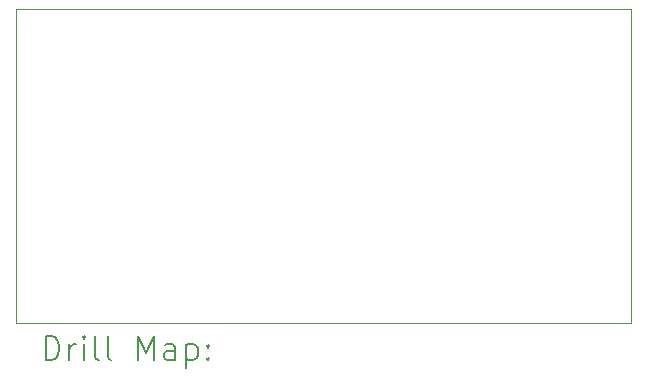
<source format=gbr>
%FSLAX45Y45*%
G04 Gerber Fmt 4.5, Leading zero omitted, Abs format (unit mm)*
G04 Created by KiCad (PCBNEW (6.0.0)) date 2022-10-01 22:30:49*
%MOMM*%
%LPD*%
G01*
G04 APERTURE LIST*
%TA.AperFunction,Profile*%
%ADD10C,0.100000*%
%TD*%
%ADD11C,0.200000*%
G04 APERTURE END LIST*
D10*
X11821335Y-7147730D02*
X17028335Y-7147730D01*
X17028335Y-7147730D02*
X17028335Y-4495970D01*
X17028335Y-4495970D02*
X11821335Y-4495970D01*
X11821335Y-4495970D02*
X11821335Y-7147730D01*
D11*
X12073954Y-7463206D02*
X12073954Y-7263206D01*
X12121573Y-7263206D01*
X12150145Y-7272730D01*
X12169192Y-7291778D01*
X12178716Y-7310826D01*
X12188240Y-7348921D01*
X12188240Y-7377492D01*
X12178716Y-7415587D01*
X12169192Y-7434635D01*
X12150145Y-7453683D01*
X12121573Y-7463206D01*
X12073954Y-7463206D01*
X12273954Y-7463206D02*
X12273954Y-7329873D01*
X12273954Y-7367968D02*
X12283478Y-7348921D01*
X12293002Y-7339397D01*
X12312050Y-7329873D01*
X12331097Y-7329873D01*
X12397764Y-7463206D02*
X12397764Y-7329873D01*
X12397764Y-7263206D02*
X12388240Y-7272730D01*
X12397764Y-7282254D01*
X12407288Y-7272730D01*
X12397764Y-7263206D01*
X12397764Y-7282254D01*
X12521573Y-7463206D02*
X12502526Y-7453683D01*
X12493002Y-7434635D01*
X12493002Y-7263206D01*
X12626335Y-7463206D02*
X12607288Y-7453683D01*
X12597764Y-7434635D01*
X12597764Y-7263206D01*
X12854907Y-7463206D02*
X12854907Y-7263206D01*
X12921573Y-7406064D01*
X12988240Y-7263206D01*
X12988240Y-7463206D01*
X13169192Y-7463206D02*
X13169192Y-7358445D01*
X13159669Y-7339397D01*
X13140621Y-7329873D01*
X13102526Y-7329873D01*
X13083478Y-7339397D01*
X13169192Y-7453683D02*
X13150145Y-7463206D01*
X13102526Y-7463206D01*
X13083478Y-7453683D01*
X13073954Y-7434635D01*
X13073954Y-7415587D01*
X13083478Y-7396540D01*
X13102526Y-7387016D01*
X13150145Y-7387016D01*
X13169192Y-7377492D01*
X13264431Y-7329873D02*
X13264431Y-7529873D01*
X13264431Y-7339397D02*
X13283478Y-7329873D01*
X13321573Y-7329873D01*
X13340621Y-7339397D01*
X13350145Y-7348921D01*
X13359669Y-7367968D01*
X13359669Y-7425111D01*
X13350145Y-7444159D01*
X13340621Y-7453683D01*
X13321573Y-7463206D01*
X13283478Y-7463206D01*
X13264431Y-7453683D01*
X13445383Y-7444159D02*
X13454907Y-7453683D01*
X13445383Y-7463206D01*
X13435859Y-7453683D01*
X13445383Y-7444159D01*
X13445383Y-7463206D01*
X13445383Y-7339397D02*
X13454907Y-7348921D01*
X13445383Y-7358445D01*
X13435859Y-7348921D01*
X13445383Y-7339397D01*
X13445383Y-7358445D01*
M02*

</source>
